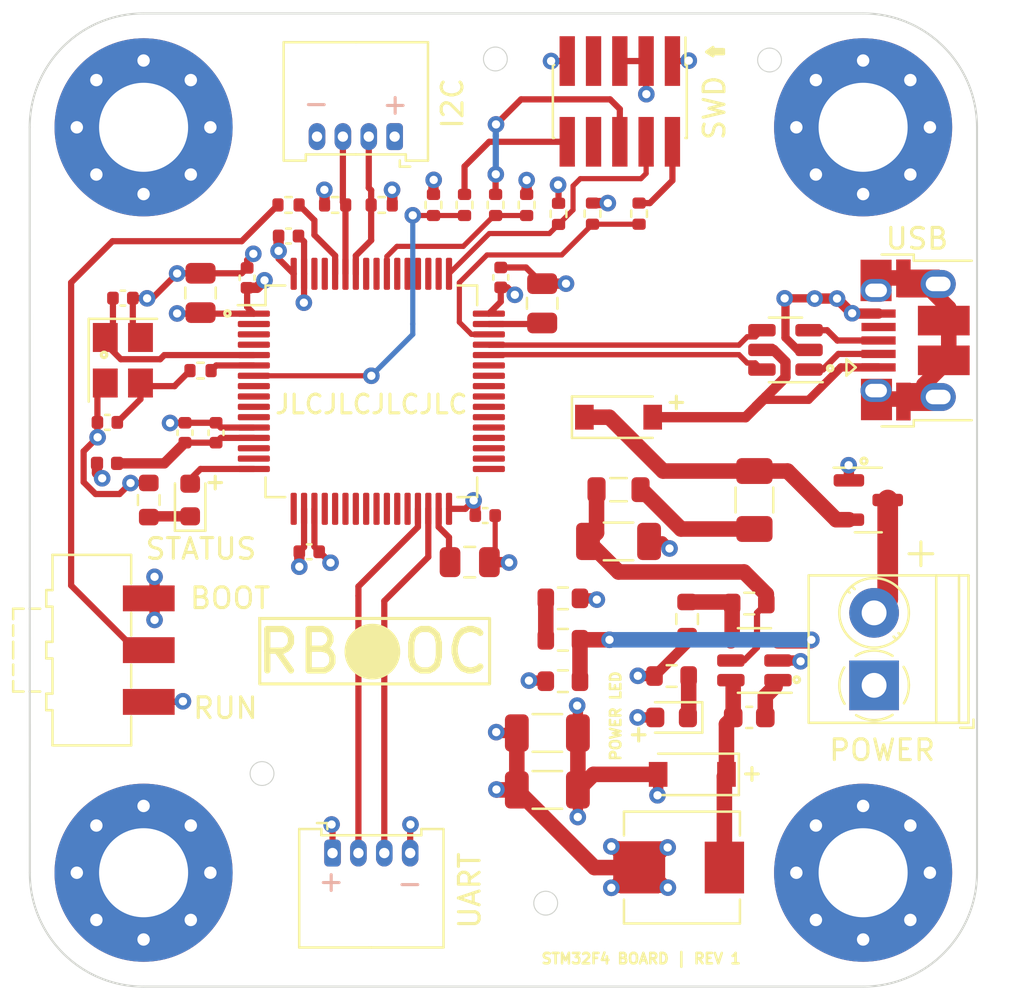
<source format=kicad_pcb>
(kicad_pcb (version 20211014) (generator pcbnew)
  (layers (0 "F.Cu" signal) (1 "In1.Cu" power) (2 "In2.Cu" power) (31 "B.Cu" signal) (34 "B.Paste" user) (35 "F.Paste" user) (36 "B.SilkS" user "B.Silkscreen") (37 "F.SilkS" user "F.Silkscreen") (38 "B.Mask" user) (39 "F.Mask" user) (44 "Edge.Cuts" user))
  (net 0 "")
  (net 1 "BUCK_SW")
  (net 2 "BUCK_BST")
  (net 3 "GND")
  (net 4 "+3V3")
  (net 5 "BUCK_IN")
  (net 6 "+3.3VA")
  (net 7 "Net-(C13-Pad1)")
  (net 8 "Net-(C14-Pad1)")
  (net 9 "HSE_IN")
  (net 10 "Net-(C16-Pad1)")
  (net 11 "Net-(D1-Pad1)")
  (net 12 "+5V")
  (net 13 "Net-(D3-Pad1)")
  (net 14 "Net-(D4-Pad1)")
  (net 15 "STATUS_LED")
  (net 16 "+12V")
  (net 17 "Net-(J2-Pad2)")
  (net 18 "SWCLK")
  (net 19 "Net-(J2-Pad6)")
  (net 22 "Net-(J2-Pad10)")
  (net 23 "USART3_TX")
  (net 24 "USART3_RX")
  (net 25 "I2C1_SCL")
  (net 26 "I2C1_SDA")
  (net 28 "unconnected-(J5-Pad6)")
  (net 29 "BUCK_FB")
  (net 30 "BUCK_EN")
  (net 31 "Net-(R3-Pad2)")
  (net 32 "SWIO")
  (net 33 "SWO")
  (net 34 "NRST")
  (net 35 "BOOT0")
  (net 36 "Net-(R14-Pad2)")
  (net 37 "HSE_OUT")
  (net 68 "USB_D-")
  (net 69 "USB_D+")
  (net 79 "Net-(F1-Pad2)")
  (net 80 "USBCONN_D-")
  (net 81 "USBCONN_D+")
  (footprint "Fuse:Fuse_1206_3216Metric" (layer "F.Cu") (at 152.5 106.25 -90)
    (fp_text reference "F1")
    (fp_text value "250mA")
  )
  (footprint "Capacitor_SMD:C_0805_2012Metric" (layer "F.Cu") (at 142.25 96.75 90)
    (fp_text reference "C14")
    (fp_text value "2u2")
  )
  (footprint "Package_TO_SOT_SMD:SOT-23-6" (layer "F.Cu") (at 154 99 180)
    (fp_text reference "U3")
    (fp_text value "USBLC6-2SC6")
  )
  (footprint "Connector_Molex:Molex_PicoBlade_53048-0410_1x04_P1.25mm_Horizontal" (layer "F.Cu") (at 132.125 123.3)
    (fp_text reference "J3")
    (fp_text value "Conn_01x04")
  )
  (footprint "Connector_Molex:Molex_PicoBlade_53048-0410_1x04_P1.25mm_Horizontal" (layer "F.Cu") (at 135.125 88.7 180)
    (fp_text reference "J4")
    (fp_text value "Conn_01x04")
  )
  (footprint "Crystal:Crystal_SMD_3225-4Pin_3.2x2.5mm" (layer "F.Cu") (at 122 99.5 -90)
    (fp_text reference "Y1")
    (fp_text value "16MHz")
  )
  (footprint "Package_QFP:LQFP-64_10x10mm_P0.5mm" (layer "F.Cu") (at 134 101)
    (fp_text reference "U2")
    (fp_text value "STM32F405RGT6")
  )
  (footprint "Capacitor_SMD:C_0402_1005Metric" (layer "F.Cu") (at 139.5 107)
    (fp_text reference "C8")
    (fp_text value "100n")
  )
  (footprint "Resistor_SMD:R_0402_1005Metric" (layer "F.Cu") (at 146.93 92.42 -90)
    (fp_text reference "R10")
    (fp_text value "22")
  )
  (footprint "Resistor_SMD:R_0603_1608Metric" (layer "F.Cu") (at 148.5 114.75 180)
    (fp_text reference "R6")
    (fp_text value "1k")
  )
  (footprint "Capacitor_SMD:C_1206_3216Metric" (layer "F.Cu") (at 145.9375 108.25)
    (fp_text reference "C4")
    (fp_text value "10uF")
  )
  (footprint "Capacitor_SMD:C_0402_1005Metric" (layer "F.Cu") (at 122 96.5)
    (fp_text reference "C15")
    (fp_text value "12p")
  )
  (footprint "Resistor_SMD:R_0402_1005Metric" (layer "F.Cu") (at 134.5 92 180)
    (fp_text reference "R16")
    (fp_text value "2k2")
  )
  (footprint "Resistor_SMD:R_0402_1005Metric" (layer "F.Cu") (at 140 92 -90)
    (fp_text reference "R11")
    (fp_text value "22")
  )
  (footprint "Resistor_SMD:R_0603_1608Metric" (layer "F.Cu") (at 152.25 111.25 180)
    (fp_text reference "R2")
    (fp_text value "100k")
  )
  (footprint "Capacitor_SMD:C_0805_2012Metric" (layer "F.Cu") (at 125.75 96.25 90)
    (fp_text reference "C5")
    (fp_text value "4u7")
  )
  (footprint "Resistor_SMD:R_0402_1005Metric" (layer "F.Cu") (at 141.5 92 90)
    (fp_text reference "R8")
    (fp_text value "10k")
  )
  (footprint "MountingHole:MountingHole_4.3mm_M4_Pad_Via" (layer "F.Cu") (at 123 124.25)
    (fp_text reference "H3")
    (fp_text value "MountingHole_Pad")
  )
  (footprint "Connector_PinHeader_1.27mm:PinHeader_2x05_P1.27mm_Vertical_SMD" (layer "F.Cu") (at 146 87 -90)
    (fp_text reference "J2")
    (fp_text value "SWD")
  )
  (footprint "MountingHole:MountingHole_4.3mm_M4_Pad_Via" (layer "F.Cu") (at 123 88.25)
    (fp_text reference "H4")
    (fp_text value "MountingHole_Pad")
  )
  (footprint "Capacitor_SMD:C_0402_1005Metric" (layer "F.Cu") (at 140.25 95.5 90)
    (fp_text reference "C9")
    (fp_text value "100n")
  )
  (footprint "Resistor_SMD:R_0402_1005Metric" (layer "F.Cu") (at 137 92 90)
    (fp_text reference "R9")
    (fp_text value "10k")
  )
  (footprint "Capacitor_SMD:C_0402_1005Metric" (layer "F.Cu") (at 130 93.5)
    (fp_text reference "C10")
    (fp_text value "100n")
  )
  (footprint "TerminalBlock_Phoenix:TerminalBlock_Phoenix_PT-1,5-2-3.5-H_1x02_P3.50mm_Horizontal" (layer "F.Cu") (at 158.28 115.2 90)
    (fp_text reference "J1")
    (fp_text value "Screw_Terminal_01x02")
  )
  (footprint "Resistor_SMD:R_0402_1005Metric" (layer "F.Cu") (at 143.04 92.43 -90)
    (fp_text reference "R13")
    (fp_text value "10k")
  )
  (footprint "Button_Switch_SMD:SW_SPDT_CK-JS102011SAQN" (layer "F.Cu") (at 120.5 113.5 -90)
    (fp_text reference "SW1")
    (fp_text value "SW_SPDT")
  )
  (footprint "Capacitor_SMD:C_0402_1005Metric" (layer "F.Cu") (at 121.25 102.5 180)
    (fp_text reference "C16")
    (fp_text value "12p")
  )
  (footprint "Resistor_SMD:R_0402_1005Metric" (layer "F.Cu") (at 125.75 100 180)
    (fp_text reference "R15")
    (fp_text value "47")
  )
  (footprint "Inductor_SMD:L_Sunlord_MWSA0518_5.4x5.2mm" (layer "F.Cu") (at 149 124 180)
    (fp_text reference "L1")
    (fp_text value "4.7uH")
  )
  (footprint "Capacitor_SMD:C_0402_1005Metric" (layer "F.Cu") (at 125 103 -90)
    (fp_text reference "C11")
    (fp_text value "1u")
  )
  (footprint "Resistor_SMD:R_0603_1608Metric" (layer "F.Cu") (at 149.25 112 -90)
    (fp_text reference "R4")
    (fp_text value "68k")
  )
  (footprint "Capacitor_SMD:C_0402_1005Metric" (layer "F.Cu") (at 126.5 103 -90)
    (fp_text reference "C12")
    (fp_text value "10n")
  )
  (footprint "Resistor_SMD:R_0603_1608Metric" (layer "F.Cu") (at 123.25 106.25 90)
    (fp_text reference "R18")
    (fp_text value "1k5")
  )
  (footprint "Capacitor_SMD:C_0402_1005Metric" (layer "F.Cu") (at 128 95.52 90)
    (fp_text reference "C6")
    (fp_text value "100n")
  )
  (footprint "Capacitor_SMD:C_0402_1005Metric" (layer "F.Cu") (at 131 108.75 180)
    (fp_text reference "C7")
    (fp_text value "100n")
  )
  (footprint "Capacitor_SMD:C_0603_1608Metric" (layer "F.Cu") (at 152.25 116.75)
    (fp_text reference "C1")
    (fp_text value "10nF")
  )
  (footprint "Resistor_SMD:R_0402_1005Metric" (layer "F.Cu") (at 138.5 92 -90)
    (fp_text reference "R12")
    (fp_text value "22")
  )
  (footprint "Connector_USB:USB_Micro-B_Amphenol_10103594-0001LF_Horizontal" (layer "F.Cu") (at 160.26 98.52 90)
    (fp_text reference "J5")
    (fp_text value "USB_B_Micro")
  )
  (footprint "Package_TO_SOT_SMD:SOT-23" (layer "F.Cu") (at 158 106.25)
    (fp_text reference "Q1")
    (fp_text value "AO3401A")
  )
  (footprint "Resistor_SMD:R_0603_1608Metric" (layer "F.Cu") (at 143.25 111)
    (fp_text reference "R5")
    (fp_text value "270")
  )
  (footprint "Capacitor_SMD:C_0805_2012Metric" (layer "F.Cu") (at 138.75 109.25)
    (fp_text reference "C13")
    (fp_text value "2u2")
  )
  (footprint "MountingHole:MountingHole_4.3mm_M4_Pad_Via" (layer "F.Cu") (at 157.75 88.25)
    (fp_text reference "H1")
    (fp_text value "MountingHole_Pad")
  )
  (footprint "Diode_SMD:D_SOD-123" (layer "F.Cu") (at 145.9375 102.25)
    (fp_text reference "D1")
    (fp_text value "B5819W")
  )
  (footprint "LED_SMD:LED_0603_1608Metric" (layer "F.Cu") (at 148.5 116.75 180)
    (fp_text reference "D3")
    (fp_text value "RED")
  )
  (footprint "Inductor_SMD:L_0402_1005Metric" (layer "F.Cu") (at 121.235 104.48)
    (fp_text reference "L2")
    (fp_text value "39n")
  )
  (footprint "Capacitor_SMD:C_1206_3216Metric" (layer "F.Cu") (at 142.5 117.5 180)
    (fp_text reference "C2")
    (fp_text value "10uF")
  )
  (footprint "Package_TO_SOT_SMD:SOT-23-6" (layer "F.Cu") (at 152.5 114 180)
    (fp_text reference "U1")
    (fp_text value "AP3211")
  )
  (footprint "Resistor_SMD:R_0402_1005Metric" (layer "F.Cu") (at 132.25 92)
    (fp_text reference "R17")
    (fp_text value "2k2")
  )
  (footprint "Capacitor_SMD:C_1206_3216Metric" (layer "F.Cu") (at 142.5 120.25 180)
    (fp_text reference "C3")
    (fp_text value "10uF")
  )
  (footprint "LED_SMD:LED_0603_1608Metric" (layer "F.Cu") (at 125.25 106.25 90)
    (fp_text reference "D4")
    (fp_text value "BLUE")
  )
  (footprint "MountingHole:MountingHole_4.3mm_M4_Pad_Via" (layer "F.Cu") (at 157.75 124.25)
    (fp_text reference "H2")
    (fp_text value "MountingHole_Pad")
  )
  (footprint "Resistor_SMD:R_0402_1005Metric" (layer "F.Cu") (at 144.68 92.42 90)
    (fp_text reference "R7")
    (fp_text value "10k")
  )
  (footprint "Diode_SMD:D_SOD-123" (layer "F.Cu") (at 149.5 119.5 180)
    (fp_text reference "D2")
    (fp_text value "B5819W")
  )
  (footprint "Resistor_SMD:R_0402_1005Metric" (layer "F.Cu") (at 130 92 180)
    (fp_text reference "R14")
    (fp_text value "10k")
  )
  (footprint "Inductor_SMD:L_0805_2012Metric" (layer "F.Cu") (at 145.9375 105.75 180)
    (fp_text reference "FB1")
    (fp_text value "600 @ 600 MHz")
  )
  (footprint "Resistor_SMD:R_0603_1608Metric" (layer "F.Cu") (at 143.25 113 180)
    (fp_text reference "R3")
    (fp_text value "15k")
  )
  (footprint "Resistor_SMD:R_0603_1608Metric" (layer "F.Cu") (at 143.25 115)
    (fp_text reference "R1")
    (fp_text value "49.9k")
  )
  (gr_circle (center 127.05 97.24) (end 127.1 97.27) (layer "F.SilkS") (width 0.15) (fill none))
  (gr_circle (center 121.09 99.24) (end 121.14 99.27) (layer "F.SilkS") (width 0.15) (fill none))
  (gr_circle locked (center 134.05 113.57) (end 135.320157 113.57) (layer "F.SilkS") (width 0.15) (fill solid))
  (gr_circle (center 157.79 104.37) (end 157.86 104.38) (layer "F.SilkS") (width 0.15) (fill none))
  (gr_circle (center 156.16 99.89) (end 156.21 99.92) (layer "F.SilkS") (width 0.15) (fill none))
  (gr_circle (center 154.54 114.93) (end 154.6 114.96) (layer "F.SilkS") (width 0.15) (fill none))
  (gr_poly (pts (xy 150.5 84.49) (xy 151.01 84.49) (xy 151.01 84.7) (xy 150.5 84.7) (xy 150.5 84.8) (xy 150.19 84.61) (xy 150.2 84.6) (xy 150.5 84.39)) (layer "F.SilkS") (width 0.15) (fill solid))
  (gr_rect locked (start 128.61 111.97) (end 139.71 115.13) (layer "F.SilkS") (width 0.15) (fill none))
  (gr_arc (start 163.25 124.25) (mid 161.639087 128.139087) (end 157.75 129.75) (layer "Edge.Cuts") (width 0.1))
  (gr_line (start 157.75 129.75) (end 123 129.75) (layer "Edge.Cuts") (width 0.1))
  (gr_arc (start 157.75 82.75) (mid 161.639087 84.360913) (end 163.25 88.25) (layer "Edge.Cuts") (width 0.1))
  (gr_circle locked (center 139.99 84.95) (end 140.566 84.95) (layer "Edge.Cuts") (width 0.05) (fill none))
  (gr_line (start 123 82.75) (end 157.75 82.75) (layer "Edge.Cuts") (width 0.1))
  (gr_line (start 163.25 88.25) (end 163.25 124.25) (layer "Edge.Cuts") (width 0.1))
  (gr_circle locked (center 128.72 119.46) (end 129.296 119.46) (layer "Edge.Cuts") (width 0.05) (fill none))
  (gr_circle locked (center 142.42 125.72) (end 142.996 125.72) (layer "Edge.Cuts") (width 0.05) (fill none))
  (gr_arc (start 117.5 88.25) (mid 119.110913 84.360913) (end 123 82.75) (layer "Edge.Cuts") (width 0.1))
  (gr_arc (start 123 129.75) (mid 119.112918 128.138743) (end 117.505673 124.25) (layer "Edge.Cuts") (width 0.1))
  (gr_line (start 117.505673 124.25) (end 117.5 88.25) (layer "Edge.Cuts") (width 0.1))
  (gr_circle locked (center 153.23 85) (end 153.806 85) (layer "Edge.Cuts") (width 0.05) (fill none))
  (gr_text "-" (at 131.34 87.08) (layer "B.SilkS") (effects (font (size 1 1)) (justify mirror)))
  (gr_text "-" (at 135.86 124.75) (layer "B.SilkS") (effects (font (size 1 1)) (justify mirror)))
  (gr_text "+" (at 132.06 124.65) (layer "B.SilkS") (effects (font (size 1 1)) (justify mirror)))
  (gr_text "+" (at 135.15 87.12) (layer "B.SilkS") (effects (font (size 1 1)) (justify mirror)))
  (gr_text "I2C" (at 137.92 87.09 90) (layer "F.SilkS") (effects (font (size 1 1))))
  (gr_text "RB  OC" (at 134.07 113.57) (layer "F.SilkS") (effects (font (size 2 2) (thickness 0.3))))
  (gr_text "USB" (at 160.35 93.63) (layer "F.SilkS") (effects (font (size 1 1))))
  (gr_text "+" (at 146.91 117.53) (layer "F.SilkS") (effects (font (size 0.8 0.8))))
  (gr_text "+" (at 148.73 101.48) (layer "F.SilkS") (effects (font (size 0.8 0.8))))
  (gr_text "SWD" (at 150.57 87.31 90) (layer "F.SilkS") (effects (font (size 1 1))))
  (gr_text "+" (at 152.38 119.42) (layer "F.SilkS") (effects (font (size 0.8 0.8))))
  (gr_text "POWER LED" (at 145.8 116.68 90) (layer "F.SilkS") (effects (font (size 0.5 0.5) (thickness 0.125))))
  (gr_text "STATUS" (at 125.77 108.61) (layer "F.SilkS") (effects (font (size 1 1))))
  (gr_text "POWER" (at 158.67 118.33) (layer "F.SilkS") (effects (font (size 1 1))))
  (gr_text "UART" (at 138.75 125.11 90) (layer "F.SilkS") (effects (font (size 1 1))))
  (gr_text "STM32F4 BOARD | REV 1" (at 147.03 128.4) (layer "F.SilkS") (effects (font (size 0.5 0.5) (thickness 0.125))))
  (gr_text "RUN" (at 126.95 116.3) (layer "F.SilkS") (effects (font (size 1 1))))
  (gr_text "+" (at 160.54 108.73) (layer "F.SilkS") (effects (font (size 1.5 1.5))))
  (gr_text "JLCJLCJLCJLC" (at 134 101.63) (layer "F.SilkS") (effects (font (size 0.9 0.9))))
  (gr_text "+" (at 126.46 105.35) (layer "F.SilkS") (effects (font (size 0.8 0.8))))
  (gr_text "BOOT" (at 127.18 110.99) (layer "F.SilkS") (effects (font (size 1 1))))
  (segment (start 151.15 119.5) (end 151.15 117.075) (width 0.75) (layer "F.Cu") (net 1))
  (segment (start 151.05 119.6) (end 151.15 119.5) (width 0.75) (layer "F.Cu") (net 1))
  (segment (start 151.15 117.075) (end 151.475 116.75) (width 0.75) (layer "F.Cu") (net 1))
  (segment (start 151.475 116.75) (end 151.475 115.275) (width 0.75) (layer "F.Cu") (net 1))
  (segment (start 151.05 124) (end 151.05 119.6) (width 0.75) (layer "F.Cu") (net 1))
  (segment (start 153.025 116.75) (end 153.025 115.725) (width 0.75) (layer "F.Cu") (net 2))
  (segment (start 153.025 115.725) (end 153.5 115.25) (width 0.75) (layer "F.Cu") (net 2))
  (segment (start 154.59 99) (end 154 98.41) (width 0.4) (layer "F.Cu") (net 3))
  (segment (start 127.74 95.3) (end 128 95.04) (width 0.3) (layer "F.Cu") (net 3))
  (segment (start 153.96 96.51) (end 155.4 96.51) (width 0.4) (layer "F.Cu") (net 3))
  (segment (start 120.77 100.98) (end 120.77 102.5) (width 0.3) (layer "F.Cu") (net 3))
  (segment (start 126.73 102.75) (end 128.325 102.75) (width 0.3) (layer "F.Cu") (net 3))
  (segment (start 130.52 108.75) (end 130.52 109.47) (width 0.5) (layer "F.Cu") (net 3))
  (segment (start 121.15 100.6) (end 120.77 100.98) (width 0.3) (layer "F.Cu") (net 3))
  (segment (start 130.75 95.325) (end 130.75 96.71) (width 0.3) (layer "F.Cu") (net 3))
  (segment (start 125 102.52) (end 124.29 102.52) (width 0.3) (layer "F.Cu") (net 3))
  (segment (start 143.975 116.215) (end 143.94 116.18) (width 0.5) (layer "F.Cu") (net 3))
  (segment (start 147.85 119.5) (end 144.725 119.5) (width 0.75) (layer "F.Cu") (net 3))
  (segment (start 153.6375 114) (end 154.69 114) (width 0.5) (layer "F.Cu") (net 3))
  (segment (start 143.46 85.05) (end 142.68 85.05) (width 0.3) (layer "F.Cu") (net 3))
  (segment (start 124.87 116) (end 124.9 115.97) (width 0.3) (layer "F.Cu") (net 3))
  (segment (start 130.75 96.71) (end 130.74 96.72) (width 0.3) (layer "F.Cu") (net 3))
  (segment (start 149.25 113.175) (end 147.675 114.75) (width 0.5) (layer "F.Cu") (net 3))
  (segment (start 123.16 96.5) (end 123.17 96.51) (width 0.3) (layer "F.Cu") (net 3))
  (segment (start 146 85.05) (end 147.27 85.05) (width 0.3) (layer "F.Cu") (net 3))
  (segment (start 156.49 96.52) (end 155.41 96.52) (width 0.5) (layer "F.Cu") (net 3))
  (segment (start 144.725 119.5) (end 143.975 120.25) (width 0.75) (layer "F.Cu") (net 3))
  (segment (start 120.77 102.5) (end 120.77 103.21) (width 0.3) (layer "F.Cu") (net 3))
  (segment (start 139.7 109.25) (end 140.63 109.25) (width 0.5) (layer "F.Cu") (net 3))
  (segment (start 158.495 97.245) (end 157.235 97.245) (width 0.5) (layer "F.Cu") (net 3))
  (segment (start 139.98 108.97) (end 139.7 109.25) (width 0.25) (layer "F.Cu") (net 3))
  (segment (start 120.78 103.22) (end 120.105 103.895) (width 0.3) (layer "F.Cu") (net 3))
  (segment (start 123.42 96.51) (end 124.62 95.31) (width 0.3) (layer "F.Cu") (net 3))
  (segment (start 143.975 117.5) (end 143.975 116.215) (width 0.5) (layer "F.Cu") (net 3))
  (segment (start 125.75 95.3) (end 127.74 95.3) (width 0.3) (layer "F.Cu") (net 3))
  (segment (start 125.75 95.3) (end 124.63 95.3) (width 0.3) (layer "F.Cu") (net 3))
  (segment (start 130.75 93.77) (end 130.75 95.325) (width 0.3) (layer "F.Cu") (net 3))
  (segment (start 120.77 103.21) (end 120.78 103.22) (width 0.3) (layer "F.Cu") (net 3))
  (segment (start 143.975 121.555) (end 143.97 121.56) (width 0.5) (layer "F.Cu") (net 3))
  (segment (start 123.17 96.51) (end 123.42 96.51) (width 0.3) (layer "F.Cu") (net 3))
  (segment (start 143.975 117.5) (end 143.975 120.25) (width 0.75) (layer "F.Cu") (net 3))
  (segment (start 135.875 121.935) (end 135.89 121.92) (width 0.3) (layer "F.Cu") (net 3))
  (segment (start 155.1375 99) (end 154.59 99) (width 0.4) (layer "F.Cu") (net 3))
  (segment (start 140.63 109.25) (end 140.65 109.27) (width 0.5) (layer "F.Cu") (net 3))
  (segment (start 124.63 95.3) (end 124.62 95.31) (width 0.3) (layer "F.Cu") (net 3))
  (segment (start 147.85 120.48) (end 147.82 120.51) (width 0.5) (layer "F.Cu") (net 3))
  (segment (start 143.04 91.05104) (end 143.04 91.92) (width 0.3) (layer "F.Cu") (net 3))
  (segment (start 147.27 86.64) (end 147.28 86.65) (width 0.3) (layer "F.Cu") (net 3))
  (segment (start 121.84 105.96) (end 122.37 105.43) (width 0.3) (layer "F.Cu") (net 3))
  (segment (start 122.48 96.5) (end 123.16 96.5) (width 0.3) (layer "F.Cu") (net 3))
  (segment (start 141.47 95.02) (end 140.25 95.02) (width 0.3) (layer "F.Cu") (net 3))
  (segment (start 130.75 108.52) (end 130.52 108.75) (width 0.3) (layer "F.Cu") (net 3))
  (segment (start 157.0625 105.3) (end 157.0625 104.5825) (width 0.5) (layer "F.Cu") (net 3))
  (segment (start 144.075 111) (end 144.83 111) (width 0.5) (layer "F.Cu") (net 3))
  (segment (start 154.69 114) (end 154.73 114.04) (width 0.5) (layer "F.Cu") (net 3))
  (segment (start 123.25 105.425) (end 122.375 105.425) (width 0.3) (layer "F.Cu") (net 3))
  (segment (start 147.27 85.05) (end 147.27 86.64) (width 0.3) (layer "F.Cu") (net 3))
  (segment (start 123.25 116) (end 124.87 116) (width 0.3) (layer "F.Cu") (net 3))
  (segment (start 125 102.52) (end 126.5 102.52) (width 0.3) (layer "F.Cu") (net 3))
  (segment (start 142.25 95.8) (end 143.4 95.8) (width 0.5) (layer "F.Cu") (net 3))
  (segment (start 157.22 97.23) (end 157.2 97.23) (width 0.5) (layer "F.Cu") (net 3))
  (segment (start 155.4 96.51) (end 155.41 96.52) (width 0.4) (layer "F.Cu") (net 3))
  (segment (start 135.875 123.3) (end 135.875 121.935) (width 0.3) (layer "F.Cu") (net 3))
  (segment (start 130.48 93.5) (end 130.75 93.77) (width 0.3) (layer "F.Cu") (net 3))
  (segment (start 124.29 102.52) (end 124.28 102.53) (width 0.3) (layer "F.Cu") (net 3))
  (segment (start 144.83 111) (end 144.89 111.06) (width 0.5) (layer "F.Cu") (net 3))
  (segment (start 157.235 97.245) (end 157.22 97.23) (width 0.5) (layer "F.Cu") (net 3))
  (segment (start 146.88 114.75) (end 146.87 114.74) (width 0.5) (layer "F.Cu") (net 3))
  (segment (start 147.4125 108.25) (end 148.06 108.25) (width 0.5) (layer "F.Cu") (net 3))
  (segment (start 147.85 119.5) (end 147.85 120.48) (width 0.5) (layer "F.Cu") (net 3))
  (segment (start 143.017341 91.028381) (end 143.04 91.05104) (width 0.3) (layer "F.Cu") (net 3))
  (segment (start 139.98 107) (end 139.98 108.97) (width 0.25) (layer "F.Cu") (net 3))
  (segment (start 154 96.55) (end 153.96 96.51) (width 0.4) (layer "F.Cu") (net 3))
  (segment (start 126.5 102.52) (end 126.73 102.75) (width 0.3) (layer "F.Cu") (net 3))
  (segment (start 122.48 96.5) (end 122.48 98.03) (width 0.3) (layer "F.Cu") (net 3))
  (segment (start 128 94.66) (end 128.3 94.36) (width 0.3) (layer "F.Cu") (net 3))
  (segment (start 148.06 108.25) (end 148.4 108.59) (width 0.5) (layer "F.Cu") (net 3))
  (segment (start 122.48 98.03) (end 122.85 98.4) (width 0.3) (layer "F.Cu") (net 3))
  (segment (start 130.75 106.675) (end 130.75 108.52) (width 0.3) (layer "F.Cu") (net 3))
  (segment (start 120.68 105.96) (end 121.84 105.96) (width 0.3) (layer "F.Cu") (net 3))
  (segment (start 143.975 120.25) (end 143.975 121.555) (width 0.5) (layer "F.Cu") (net 3))
  (segment (start 120.105 105.385) (end 120.68 105.96) (width 0.3) (layer "F.Cu") (net 3))
  (segment (start 157.2 97.23) (end 156.49 96.52) (width 0.5) (layer "F.Cu") (net 3))
  (segment (start 120.105 103.895) (end 120.105 105.385) (width 0.3) (layer "F.Cu") (net 3))
  (segment (start 154 98.41) (end 154 96.55) (width 0.4) (layer "F.Cu") (net 3))
  (segment (start 157.0625 104.5825) (end 157.05 104.57) (width 0.5) (layer "F.Cu") (net 3))
  (segment (start 122.375 105.425) (end 122.37 105.43) (width 0.3) (layer "F.Cu") (net 3))
  (segment (start 128 95.04) (end 128 94.66) (width 0.3) (layer "F.Cu") (net 3))
  (segment (start 149.25 112.825) (end 149.25 113.175) (width 0.5) (layer "F.Cu") (net 3))
  (segment (start 142.25 95.8) (end 141.47 95.02) (width 0.3) (layer "F.Cu") (net 3))
  (segment (start 147.675 114.75) (end 146.88 114.75) (width 0.5) (layer "F.Cu") (net 3))
  (via (at 143.4 95.8) (size 0.8) (drill 0.4) (layers "F.Cu" "B.Cu") (net 3))
  (via (at 143.017341 91.028381) (size 0.8) (drill 0.4) (layers "F.Cu" "B.Cu") (net 3))
  (via (at 144.89 111.06) (size 0.8) (drill 0.4) (layers "F.Cu" "B.Cu") (net 3))
  (via (at 157.22 97.23) (size 0.8) (drill 0.4) (layers "F.Cu" "B.Cu") (net 3))
  (via (at 147.28 86.65) (size 0.8) (drill 0.4) (layers "F.Cu" "B.Cu") (net 3))
  (via (at 123.17 96.51) (size 0.8) (drill 0.4) (layers "F.Cu" "B.Cu") (net 3))
  (via (at 143.94 116.18) (size 0.8) (drill 0.4) (layers "F.Cu" "B.Cu") (net 3))
  (via (at 130.52 109.47) (size 0.8) (drill 0.4) (layers "F.Cu" "B.Cu") (net 3))
  (via (at 157.05 104.57) (size 0.8) (drill 0.4) (layers "F.Cu" "B.Cu") (net 3))
  (via (at 153.96 96.51) (size 0.8) (drill 0.4) (layers "F.Cu" "B.Cu") (net 3))
  (via (at 155.41 96.52) (size 0.8) (drill 0.4) (layers "F.Cu" "B.Cu") (net 3))
  (via (at 142.68 85.05) (size 0.8) (drill 0.4) (layers "F.Cu" "B.Cu") (net 3))
  (via (at 130.74 96.72) (size 0.8) (drill 0.4) (layers "F.Cu" "B.Cu") (net 3))
  (via (at 135.89 121.92) (size 0.8) (drill 0.4) (layers "F.Cu" "B.Cu") (net 3))
  (via (at 140.65 109.27) (size 0.8) (drill 0.4) (layers "F.Cu" "B.Cu") (net 3))
  (via (at 154.73 114.04) (size 0.8) (drill 0.4) (layers "F.Cu" "B.Cu") (net 3))
  (via (at 124.62 95.31) (size 0.8) (drill 0.4) (layers "F.Cu" "B.Cu") (net 3))
  (via (at 146.87 114.74) (size 0.8) (drill 0.4) (layers "F.Cu" "B.Cu") (net 3))
  (via (at 122.37 105.43) (size 0.8) (drill 0.4) (layers "F.Cu" "B.Cu") (net 3))
  (via (at 124.9 115.97) (size 0.8) (drill 0.4) (layers "F.Cu" "B.Cu") (net 3))
  (via (at 148.4 108.59) (size 0.8) (drill 0.4) (layers "F.Cu" "B.Cu") (net 3))
  (via (at 156.49 96.52) (size 0.8) (drill 0.4) (layers "F.Cu" "B.Cu") (net 3))
  (via (at 124.28 102.53) (size 0.8) (drill 0.4) (layers "F.Cu" "B.Cu") (net 3))
  (via (at 128.3 94.36) (size 0.8) (drill 0.4) (layers "F.Cu" "B.Cu") (net 3))
  (via (at 143.97 121.56) (size 0.8) (drill 0.4) (layers "F.Cu" "B.Cu") (net 3))
  (via (at 147.82 120.51) (size 0.8) (drill 0.4) (layers "F.Cu" "B.Cu") (net 3))
  (via (at 120.78 103.22) (size 0.8) (drill 0.4) (layers "F.Cu" "B.Cu") (net 3))
  (segment (start 145.59 124.98) (end 145.93 124.64) (width 0.5) (layer "F.Cu") (net 4))
  (segment (start 147.94 123.4) (end 147.94 124.59) (width 0.5) (layer "F.Cu") (net 4))
  (segment (start 128.48 96) (end 128.84 95.64) (width 0.5) (layer "F.Cu") (net 4))
  (segment (start 140.04 120.23) (end 140.06 120.25) (width 0.75) (layer "F.Cu") (net 4))
  (segment (start 129.52 93.5) (end 129.52 94.22) (width 0.5) (layer "F.Cu") (net 4))
  (segment (start 148.31 123.03) (end 147.94 123.4) (width 0.5) (layer "F.Cu") (net 4))
  (segment (start 140.06 120.25) (end 141.025 120.25) (width 0.75) (layer "F.Cu") (net 4))
  (segment (start 139.02 106.35) (end 138.94 106.27) (width 0.5) (layer "F.Cu") (net 4))
  (segment (start 144.68 91.91) (end 145.42 91.91) (width 0.5) (layer "F.Cu") (net 4))
  (segment (start 140.93 96.34) (end 140.57 95.98) (width 0.3) (layer "F.Cu") (net 4))
  (segment (start 140.25 96.675) (end 139.675 97.25) (width 0.3) (layer "F.Cu") (net 4))
  (segment (start 144.775 124) (end 141.025 120.25) (width 0.75) (layer "F.Cu") (net 4))
  (segment (start 145.59 122.98) (end 145.93 122.98) (width 0.5) (layer "F.Cu") (net 4))
  (segment (start 146.86 116.75) (end 147.7125 116.75) (width 0.5) (layer "F.Cu") (net 4))
  (segment (start 140.57 95.98) (end 140.25 95.98) (width 0.3) (layer "F.Cu") (net 4))
  (segment (start 138.535 106.675) (end 137.75 106.675) (width 0.3) (layer "F.Cu") (net 4))
  (segment (start 145.6 124.97) (end 148.32 124.97) (width 0.5) (layer "F.Cu") (net 4))
  (segment (start 138.94 106.27) (end 138.535 106.675) (width 0.3) (layer "F.Cu") (net 4))
  (segment (start 147.92 123.03) (end 146.95 124) (width 0.5) (layer "F.Cu") (net 4))
  (segment (start 140.25 95.98) (end 140.25 96.675) (width 0.3) (layer "F.Cu") (net 4))
  (segment (start 121 105.2) (end 120.75 104.95) (width 0.5) (layer "F.Cu") (net 4))
  (segment (start 141.025 117.5) (end 140.07 117.5) (width 0.5) (layer "F.Cu") (net 4))
  (segment (start 148.32 124.97) (end 147.92 124.97) (width 0.5) (layer "F.Cu") (net 4))
  (segment (start 123.53 112.04) (end 123.53 111.28) (width 0.5) (layer "F.Cu") (net 4))
  (segment (start 148.54 85.05) (end 149.31 85.05) (width 0.3) (layer "F.Cu") (net 4))
  (segment (start 145.97 124.98) (end 146.95 124) (width 0.5) (layer "F.Cu") (net 4))
  (segment (start 139.02 107) (end 139.02 106.35) (width 0.5) (layer "F.Cu") (net 4))
  (segment (start 128 96) (end 128 96.925) (width 0.3) (layer "F.Cu") (net 4))
  (segment (start 135.01 92) (end 135.01 91.28) (width 0.5) (layer "F.Cu") (net 4))
  (segment (start 131.74 92) (end 131.74 91.28) (width 0.5) (layer "F.Cu") (net 4))
  (segment (start 148.26 122.98) (end 148.31 123.03) (width 0.5) (layer "F.Cu") (net 4))
  (segment (start 129.52 94.595) (end 130.25 95.325) (width 0.3) (layer "F.Cu") (net 4))
  (segment (start 135.01 91.28) (end 135 91.27) (width 0.5) (layer "F.Cu") (net 4))
  (segment (start 145.59 124.98) (end 145.97 124.98) (width 0.5) (layer "F.Cu") (net 4))
  (segment (start 132.125 123.3) (end 132.125 121.965) (width 0.3) (layer "F.Cu") (net 4))
  (segment (start 146.81 124) (end 144.775 124) (width 0.75) (layer "F.Cu") (net 4))
  (segment (start 124.63 97.25) (end 128.325 97.25) (width 0.3) (layer "F.Cu") (net 4))
  (segment (start 145.93 123.32) (end 145.59 122.98) (width 0.5) (layer "F.Cu") (net 4))
  (segment (start 145.59 122.98) (end 148.26 122.98) (width 0.5) (layer "F.Cu") (net 4))
  (segment (start 137 90.8) (end 137.01 90.79) (width 0.5) (layer "F.Cu") (net 4))
  (segment (start 123.53 109.96) (end 123.53 110.72) (width 0.5) (layer "F.Cu") (net 4))
  (segment (start 128 96) (end 128.48 96) (width 0.5) (layer "F.Cu") (net 4))
  (segment (start 123.53 111.28) (end 123.25 111) (width 0.5) (layer "F.Cu") (net 4))
  (segment (start 140.07 117.5) (end 140.03 117.46) (width 0.5) (layer "F.Cu") (net 4))
  (segment (start 131.74 91.28) (end 131.73 91.27) (width 0.5) (layer "F.Cu") (net 4))
  (segment (start 123.53 110.72) (end 123.25 111) (width 0.5) (layer "F.Cu") (net 4))
  (segment (start 141.025 117.5) (end 141.025 120.25) (width 0.75) (layer "F.Cu") (net 4))
  (segment (start 149.31 85.05) (end 149.33 85.03) (width 0.3) (layer "F.Cu") (net 4))
  (segment (start 145.59 124.98) (end 145.6 124.97) (width 0.5) (layer "F.Cu") (net 4))
  (segment (start 147.94 124.59) (end 148.32 124.97) (width 0.5) (layer "F.Cu") (net 4))
  (segment (start 137 91.49) (end 137 90.8) (width 0.5) (layer "F.Cu") (net 4))
  (segment (start 132.03 109.28) (end 131.25 108.5) (width 0.3) (layer "F.Cu") (net 4))
  (segment (start 141.5 90.8) (end 141.5 91.49) (width 0.5) (layer "F.Cu") (net 4))
  (segment (start 147.92 124.97) (end 146.95 124) (width 0.5) (layer "F.Cu") (net 4))
  (segment (start 142.395 114.97) (end 142.425 115) (width 0.5) (layer "F.Cu") (net 4))
  (segment (start 129.52 94.22) (end 129.52 94.595) (width 0.3) (layer "F.Cu") (net 4))
  (segment (start 148.31 123.03) (end 147.92 123.03) (width 0.5) (layer "F.Cu") (net 4))
  (segment (start 120.75 104.95) (end 120.75 104.48) (width 0.5) (layer "F.Cu") (net 4))
  (segment (start 141.61 114.97) (end 142.395 114.97) (width 0.5) (layer "F.Cu") (net 4))
  (segment (start 145.93 124.64) (end 145.93 123.32) (width 0.5) (layer "F.Cu") (net 4))
  (segment (start 128 96.925) (end 128.325 97.25) (width 0.3) (layer "F.Cu") (net 4))
  (segment (start 124.62 97.24) (end 124.63 97.25) (width 0.3) (layer "F.Cu") (net 4))
  (segment (start 132.125 121.965) (end 132.08 121.92) (width 0.3) (layer "F.Cu") (net 4))
  (segment (start 145.93 122.98) (end 146.95 124) (width 0.5) (layer "F.Cu") (net 4))
  (segment (start 131.25 108.5) (end 131.25 106.675) (width 0.3) (layer "F.Cu") (net 4))
  (via (at 140.93 96.34) (size 0.8) (drill 0.4) (layers "F.Cu" "B.Cu") (net 4))
  (via (at 145.42 91.91) (size 0.8) (drill 0.4) (layers "F.Cu" "B.Cu") (net 4))
  (via (at 132.03 109.28) (size 0.8) (drill 0.4) (layers "F.Cu" "B.Cu") (net 4))
  (via (at 123.53 112.04) (size 0.8) (drill 0.4) (layers "F.Cu" "B.Cu") (net 4))
  (via (at 124.62 97.24) (size 0.8) (drill 0.4) (layers "F.Cu" "B.Cu") (net 4))
  (via (at 145.59 122.98) (size 0.8) (drill 0.4) (layers "F.Cu" "B.Cu") (net 4))
  (via (at 140.04 120.23) (size 0.8) (drill 0.4) (layers "F.Cu" "B.Cu") (net 4))
  (via (at 148.32 124.97) (size 0.8) (drill 0.4) (layers "F.Cu" "B.Cu") (net 4))
  (via (at 137.01 90.79) (size 0.8) (drill 0.4) (layers "F.Cu" "B.Cu") (net 4))
  (via (at 141.5 90.8) (size 0.8) (drill 0.4) (layers "F.Cu" "B.Cu") (net 4))
  (via (at 121 105.2) (size 0.8) (drill 0.4) (layers "F.Cu" "B.Cu") (net 4))
  (via (at 148.31 123.03) (size 0.8) (drill 0.4) (layers "F.Cu" "B.Cu") (net 4))
  (via (at 149.33 85.03) (size 0.8) (drill 0.4) (layers "F.Cu" "B.Cu") (net 4))
  (via (at 132.08 121.92) (size 0.8) (drill 0.4) (layers "F.Cu" "B.Cu") (net 4))
  (via (at 129.52 94.22) (size 0.8) (drill 0.4) (layers "F.Cu" "B.Cu") (net 4))
  (via (at 131.73 91.27) (size 0.8) (drill 0.4) (layers "F.Cu" "B.Cu") (net 4))
  (via (at 141.61 114.97) (size 0.8) (drill 0.4) (layers "F.Cu" "B.Cu") (net 4))
  (via (at 145.59 124.98) (size 0.8) (drill 0.4) (layers "F.Cu" "B.Cu") (net 4))
  (via (at 128.84 95.64) (size 0.8) (drill 0.4) (layers "F.Cu" "B.Cu") (net 4))
  (via (at 135 91.27) (size 0.8) (drill 0.4) (layers "F.Cu" "B.Cu") (net 4))
  (via (at 146.86 116.75) (size 0.8) (drill 0.4) (layers "F.Cu" "B.Cu") (net 4))
  (via (at 138.94 106.27) (size 0.8) (drill 0.4) (layers "F.Cu" "B.Cu") (net 4))
  (via (at 140.03 117.46) (size 0.8) (drill 0.4) (layers "F.Cu" "B.Cu") (net 4))
  (via (at 123.53 109.96) (size 0.8) (drill 0.4) (layers "F.Cu" "B.Cu") (net 4))
  (segment (start 153.075 111.25) (end 153.075 110.8) (width 0.75) (layer "F.Cu") (net 5))
  (segment (start 152 114) (end 152.625 113.375) (width 0.3) (layer "F.Cu") (net 5))
  (segment (start 152.625 111.7) (end 153.075 111.25) (width 0.3) (layer "F.Cu") (net 5))
  (segment (start 152 109.725) (end 153.075 110.8) (width 0.75) (layer "F.Cu") (net 5))
  (segment (start 151.3625 114) (end 152 114) (width 0.3) (layer "F.Cu") (net 5))
  (segment (start 144.4625 108.25) (end 145.9375 109.725) (width 0.75) (layer "F.Cu") (net 5))
  (segment (start 144.875 107.8375) (end 144.4625 108.25) (width 0.75) (layer "F.Cu") (net 5))
  (segment (start 145.9375 109.725) (end 152 109.725) (width 0.75) (layer "F.Cu") (net 5))
  (segment (start 152.625 113.375) (end 152.625 111.7) (width 0.3) (layer "F.Cu") (net 5))
  (segment (start 144.875 105.75) (end 144.875 107.8375) (width 0.75) (layer "F.Cu") (net 5))
  (segment (start 126.73 103.25) (end 128.325 103.25) (width 0.3) (layer "F.Cu") (net 6))
  (segment (start 121.72 104.48) (end 124 104.48) (width 0.5) (layer "F.Cu") (net 6))
  (segment (start 124 104.48) (end 125 103.48) (width 0.5) (layer "F.Cu") (net 6))
  (segment (start 126.5 103.48) (end 126.73 103.25) (width 0.3) (layer "F.Cu") (net 6))
  (segment (start 125 103.48) (end 126.5 103.48) (width 0.3) (layer "F.Cu") (net 6))
  (segment (start 137.75 108.051041) (end 137.75 109.2) (width 0.3) (layer "F.Cu") (net 7))
  (segment (start 137.25 106.675) (end 137.25 107.551041) (width 0.3) (layer "F.Cu") (net 7))
  (segment (start 137.25 107.551041) (end 137.75 108.051041) (width 0.3) (layer "F.Cu") (net 7))
  (segment (start 137.75 109.2) (end 137.8 109.25) (width 0.3) (layer "F.Cu") (net 7))
  (segment (start 142.2 97.75) (end 139.675 97.75) (width 0.3) (layer "F.Cu") (net 8))
  (segment (start 142.25 97.7) (end 142.2 97.75) (width 0.3) (layer "F.Cu") (net 8))
  (segment (start 121.15 98.7) (end 121.15 98.4) (width 0.3) (layer "F.Cu") (net 9))
  (segment (start 124 99.25) (end 123.8 99.45) (width 0.3) (layer "F.Cu") (net 9))
  (segment (start 121.52 96.5) (end 121.52 98.03) (width 0.3) (layer "F.Cu") (net 9))
  (segment (start 121.9 99.45) (end 121.15 98.7) (width 0.3) (layer "F.Cu") (net 9))
  (segment (start 121.52 98.03) (end 121.15 98.4) (width 0.3) (layer "F.Cu") (net 9))
  (segment (start 123.8 99.45) (end 121.9 99.45) (width 0.3) (layer "F.Cu") (net 9))
  (segment (start 128.325 99.25) (end 124 99.25) (width 0.3) (layer "F.Cu") (net 9))
  (segment (start 121.73 102.5) (end 122.85 101.38) (width 0.3) (layer "F.Cu") (net 10))
  (segment (start 124.5 100.74) (end 124.5 100.75) (width 0.3) (layer "F.Cu") (net 10))
  (segment (start 124.5 100.75) (end 123 100.75) (width 0.3) (layer "F.Cu") (net 10))
  (segment (start 122.85 101.38) (end 122.85 100.6) (width 0.3) (layer "F.Cu") (net 10))
  (segment (start 125.24 100) (end 124.5 100.74) (width 0.3) (layer "F.Cu") (net 10))
  (segment (start 123 100.75) (end 122.85 100.6) (width 0.3) (layer "F.Cu") (net 10))
  (segment (start 148.0875 104.85) (end 152.5 104.85) (width 0.75) (layer "F.Cu") (net 11))
  (segment (start 154.1 104.85) (end 156.45 107.2) (width 0.75) (layer "F.Cu") (net 11))
  (segment (start 145.4875 102.25) (end 148.0875 104.85) (width 0.75) (layer "F.Cu") (net 11))
  (segment (start 156.45 107.2) (end 157.0625 107.2) (width 0.75) (layer "F.Cu") (net 11))
  (segment (start 152.5 104.85) (end 154.1 104.85) (width 0.75) (layer "F.Cu") (net 11))
  (segment (start 144.2875 102.25) (end 145.4875 102.25) (width 0.75) (layer "F.Cu") (net 11))
  (segment (start 152.873234 101.450294) (end 152.596764 101.726764) (width 0.5) (layer "F.Cu") (net 12))
  (segment (start 153.056764 101.266764) (end 154 100.323528) (width 0.5) (layer "F.Cu") (net 12))
  (segment (start 158.495 99.845) (end 156.682817 99.845) (width 0.4) (layer "F.Cu") (net 12))
  (segment (start 152.596764 101.726764) (end 152.911764 101.411764) (width 0.5) (layer "F.Cu") (net 12))
  (segment (start 156.682817 99.845) (end 155.116053 101.411764) (width 0.4) (layer "F.Cu") (net 12))
  (segment (start 152.073528 102.25) (end 152.596764 101.726764) (width 0.5) (layer "F.Cu") (net 12))
  (segment (start 152.911764 101.411764) (end 153.056764 101.266764) (width 0.5) (layer "F.Cu") (net 12))
  (segment (start 154 99.576472) (end 153.423528 99) (width 0.5) (layer "F.Cu") (net 12))
  (segment (start 155.116053 101.411764) (end 152.911764 101.411764) (width 0.4) (layer "F.Cu") (net 12))
  (segment (start 153.423528 99) (end 152.8625 99) (width 0.5) (layer "F.Cu") (net 12))
  (segment (start 147.5875 102.25) (end 152.073528 102.25) (width 0.5) (layer "F.Cu") (net 12))
  (segment (start 154 100.323528) (end 154 99.576472) (width 0.5) (layer "F.Cu") (net 12))
  (segment (start 149.325 114.75) (end 149.325 116.7125) (width 0.75) (layer "F.Cu") (net 13))
  (segment (start 149.325 116.7125) (end 149.2875 116.75) (width 0.75) (layer "F.Cu") (net 13))
  (segment (start 123.2875 107.0375) (end 123.25 107.075) (width 0.5) (layer "F.Cu") (net 14))
  (segment (start 125.25 107.0375) (end 123.2875 107.0375) (width 0.5) (layer "F.Cu") (net 14))
  (segment (start 125.25 105.25) (end 125.75 104.75) (width 0.3) (layer "F.Cu") (net 15))
  (segment (start 125.75 104.75) (end 128.325 104.75) (width 0.3) (layer "F.Cu") (net 15))
  (segment (start 125.25 105.4625) (end 125.25 105.25) (width 0.3) (layer "F.Cu") (net 15))
  (segment (start 158.9375 106.25) (end 158.9375 111.0425) (width 1) (layer "F.Cu") (net 16))
  (segment (start 158.28 111.7) (end 158.4 111.82) (width 1) (layer "F.Cu") (net 16))
  (segment (start 158.9375 111.0425) (end 158.28 111.7) (width 1) (layer "F.Cu") (net 16))
  (segment (start 146.93 91.91) (end 147.45 91.91) (width 0.3) (layer "F.Cu") (net 17))
  (segment (start 147.45 91.91) (end 148.54 90.82) (width 0.3) (layer "F.Cu") (net 17))
  (segment (start 148.54 90.82) (end 148.54 88.95) (width 0.3) (layer "F.Cu") (net 17))
  (segment (start 143.74 92.24) (end 143.74 91.08) (width 0.25) (layer "F.Cu") (net 18))
  (segment (start 143.74 91.08) (end 144.09 90.73) (width 0.25) (layer "F.Cu") (net 18))
  (segment (start 137.75 95.325) (end 139.695 93.38) (width 0.25) (layer "F.Cu") (net 18))
  (segment (start 147.27 90.48) (end 147.27 88.95) (width 0.25) (layer "F.Cu") (net 18))
  (segment (start 143.04 92.94) (end 143.74 92.24) (width 0.25) (layer "F.Cu") (net 18))
  (segment (start 147.02 90.73) (end 147.27 90.48) (width 0.25) (layer "F.Cu") (net 18))
  (segment (start 144.09 90.73) (end 147.02 90.73) (width 0.25) (layer "F.Cu") (net 18))
  (segment (start 139.695 93.38) (end 142.6 93.38) (width 0.25) (layer "F.Cu") (net 18))
  (segment (start 142.6 93.38) (end 143.04 92.94) (width 0.25) (layer "F.Cu") (net 18))
  (segment (start 140.02 88.11) (end 141.23 86.9) (width 0.3) (layer "F.Cu") (net 19))
  (segment (start 140 91.49) (end 140 90.53) (width 0.3) (layer "F.Cu") (net 19))
  (segment (start 146 87.37) (end 146 88.95) (width 0.3) (layer "F.Cu") (net 19))
  (segment (start 141.23 86.9) (end 145.53 86.9) (width 0.3) (layer "F.Cu") (net 19))
  (segment (start 145.53 86.9) (end 146 87.37) (width 0.3) (layer "F.Cu") (net 19))
  (segment (start 140 90.53) (end 140.01 90.52) (width 0.3) (layer "F.Cu") (net 19))
  (via (at 140.02 88.11) (size 0.8) (drill 0.4) (layers "F.Cu" "B.Cu") (net 19))
  (via (at 140.01 90.52) (size 0.8) (drill 0.4) (layers "F.Cu" "B.Cu") (net 19))
  (segment (start 140.01 88.12) (end 140.02 88.11) (width 0.3) (layer "B.Cu") (net 19))
  (segment (start 140.01 88.66) (end 140.01 88.12) (width 0.3) (layer "B.Cu") (net 19))
  (segment (start 140.01 90.52) (end 140.01 88.66) (width 0.3) (layer "B.Cu") (net 19))
  (segment (start 138.5 91.49) (end 138.5 90.14) (width 0.3) (layer "F.Cu") (net 22))
  (segment (start 138.5 90.14) (end 139.69 88.95) (width 0.3) (layer "F.Cu") (net 22))
  (segment (start 139.69 88.95) (end 143.46 88.95) (width 0.3) (layer "F.Cu") (net 22))
  (segment (start 133.375 110.426041) (end 133.375 110.875) (width 0.3) (layer "F.Cu") (net 23))
  (segment (start 133.375 110.875) (end 133.375 123.3) (width 0.3) (layer "F.Cu") (net 23))
  (segment (start 136.25 106.675) (end 136.25 107.551041) (width 0.3) (layer "F.Cu") (net 23))
  (segment (start 136.25 107.551041) (end 133.375 110.426041) (width 0.3) (layer "F.Cu") (net 23))
  (segment (start 134.625 111.125) (end 134.625 123.3) (width 0.3) (layer "F.Cu") (net 24))
  (segment (start 136.75 106.675) (end 136.75 109) (width 0.3) (layer "F.Cu") (net 24))
  (segment (start 136.75 109) (end 134.625 111.125) (width 0.3) (layer "F.Cu") (net 24))
  (segment (start 133.99 93.708959) (end 133.25 94.448959) (width 0.3) (layer "F.Cu") (net 25))
  (segment (start 133.99 92) (end 133.99 93.708959) (width 0.3) (layer "F.Cu") (net 25))
  (segment (start 133.25 95.325) (end 133.25 94.448959) (width 0.3) (layer "F.Cu") (net 25))
  (segment (start 133.99 92) (end 133.99 91.29) (width 0.3) (layer "F.Cu") (net 25))
  (segment (start 133.99 91.29) (end 133.875 91.175) (width 0.3) (layer "F.Cu") (net 25))
  (segment (start 133.875 91.175) (end 133.875 88.7) (width 0.3) (layer "F.Cu") (net 25))
  (segment (start 132.75 92.01) (end 132.76 92) (width 0.3) (layer "F.Cu") (net 26))
  (segment (start 132.75 95.325) (end 132.75 92.01) (width 0.3) (layer "F.Cu") (net 26))
  (segment (start 132.625 91.865) (end 132.625 88.7) (width 0.3) (layer "F.Cu") (net 26))
  (segment (start 132.76 92) (end 132.625 91.865) (width 0.3) (layer "F.Cu") (net 26))
  (segment (start 160.685 101.255) (end 160.685 100.685) (width 0.75) (layer "F.Cu") (net 28))
  (segment (start 158.715 95.525) (end 158.615 95.625) (width 0.75) (layer "F.Cu") (net 28))
  (segment (start 158.635 101.375) (end 159.835 101.375) (width 0.75) (layer "F.Cu") (net 28))
  (segment (start 161.885 97.565) (end 161.885 96.975) (width 0.75) (layer "F.Cu") (net 28))
  (segment (start 160.685 100.685) (end 161.885 99.485) (width 0.75) (layer "F.Cu") (net 28))
  (segment (start 161.885 96.975) (end 160.685 95.775) (width 0.75) (layer "F.Cu") (net 28))
  (segment (start 159.935 95.525) (end 158.715 95.525) (width 0.75) (layer "F.Cu") (net 28))
  (segment (start 159.835 101.375) (end 159.935 101.475) (width 0.75) (layer "F.Cu") (net 28))
  (segment (start 159.835 95.625) (end 159.935 95.525) (width 0.3) (layer "F.Cu") (net 28))
  (segment (start 161.885 99.485) (end 161.885 97.565) (width 0.75) (layer "F.Cu") (net 28))
  (segment (start 145.5 113) (end 144.075 113) (width 0.75) (layer "F.Cu") (net 29))
  (segment (start 153.6375 113.05) (end 155.2 113.05) (width 0.75) (layer "F.Cu") (net 29))
  (segment (start 155.2 113.05) (end 155.25 113) (width 0.75) (layer "F.Cu") (net 29))
  (segment (start 144.075 113) (end 144.075 115) (width 0.75) (layer "F.Cu") (net 29))
  (via (at 155.25 113) (size 0.8) (drill 0.4) (layers "F.Cu" "B.Cu") (net 29))
  (via (at 145.5 113) (size 0.8) (drill 0.4) (layers "F.Cu" "B.Cu") (net 29))
  (segment (start 155.25 113) (end 145.5 113) (width 0.75) (layer "B.Cu") (net 29))
  (segment (start 151.425 111.25) (end 151.425 112.9875) (width 0.75) (layer "F.Cu") (net 30))
  (segment (start 151.425 112.9875) (end 151.3625 113.05) (width 0.75) (layer "F.Cu") (net 30))
  (segment (start 151.35 111.175) (end 151.425 111.25) (width 0.75) (layer "F.Cu") (net 30))
  (segment (start 149.25 111.175) (end 151.35 111.175) (width 0.75) (layer "F.Cu") (net 30))
  (segment (start 142.425 111) (end 142.425 113) (width 0.75) (layer "F.Cu") (net 31))
  (segment (start 144.68 92.93) (end 146.93 92.93) (width 0.25) (layer "F.Cu") (net 32))
  (segment (start 138.25 95.75) (end 139.585 94.415) (width 0.25) (layer "F.Cu") (net 32))
  (segment (start 139.675 98.25) (end 138.834315 98.25) (width 0.25) (layer "F.Cu") (net 32))
  (segment (start 143.195 94.415) (end 144.68 92.93) (width 0.25) (layer "F.Cu") (net 32))
  (segment (start 138.25 97.665685) (end 138.25 95.75) (width 0.25) (layer "F.Cu") (net 32))
  (segment (start 138.834315 98.25) (end 138.25 97.665685) (width 0.25) (layer "F.Cu") (net 32))
  (segment (start 139.585 94.415) (end 143.195 94.415) (width 0.25) (layer "F.Cu") (net 32))
  (segment (start 134.75 94.484315) (end 135.234315 94) (width 0.25) (layer "F.Cu") (net 33))
  (segment (start 139.928604 92.51) (end 140 92.51) (width 0.25) (layer "F.Cu") (net 33))
  (segment (start 134.75 95.325) (end 134.75 94.484315) (width 0.25) (layer "F.Cu") (net 33))
  (segment (start 138.438604 94) (end 139.928604 92.51) (width 0.25) (layer "F.Cu") (net 33))
  (segment (start 140 92.51) (end 141.5 92.51) (width 0.25) (layer "F.Cu") (net 33))
  (segment (start 135.234315 94) (end 138.438604 94) (width 0.25) (layer "F.Cu") (net 33))
  (segment (start 136.01 92.51) (end 136 92.5) (width 0.25) (layer "F.Cu") (net 34))
  (segment (start 137 92.51) (end 138.5 92.51) (width 0.25) (layer "F.Cu") (net 34))
  (segment (start 134 100.25) (end 128.325 100.25) (width 0.25) (layer "F.Cu") (net 34))
  (segment (start 137 92.51) (end 136.01 92.51) (width 0.25) (layer "F.Cu") (net 34))
  (via (at 136 92.5) (size 0.8) (drill 0.4) (layers "F.Cu" "B.Cu") (net 34))
  (via (at 134 100.25) (size 0.8) (drill 0.4) (layers "F.Cu" "B.Cu") (net 34))
  (segment (start 136 92.5) (end 136 97.75) (width 0.25) (layer "B.Cu") (net 34))
  (segment (start 136 97.75) (end 136 98.25) (width 0.25) (layer "B.Cu") (net 34))
  (segment (start 136 98.25) (end 134 100.25) (width 0.25) (layer "B.Cu") (net 34))
  (segment (start 132.25 94.448959) (end 131.25 93.448958) (width 0.3) (layer "F.Cu") (net 35))
  (segment (start 131.25 93.448958) (end 131.25 92.74) (width 0.3) (layer "F.Cu") (net 35))
  (segment (start 132.25 95.325) (end 132.25 94.448959) (width 0.3) (layer "F.Cu") (net 35))
  (segment (start 131.25 92.74) (end 130.51 92) (width 0.3) (layer "F.Cu") (net 35))
  (segment (start 121.5 93.75) (end 127.74 93.75) (width 0.3) (layer "F.Cu") (net 36))
  (segment (start 123.25 113.5) (end 122.625 113.5) (width 0.3) (layer "F.Cu") (net 36))
  (segment (start 119.5 110.375) (end 119.5 95.75) (width 0.3) (layer "F.Cu") (net 36))
  (segment (start 122.625 113.5) (end 119.5 110.375) (width 0.3) (layer "F.Cu") (net 36))
  (segment (start 127.74 93.75) (end 129.49 92) (width 0.3) (layer "F.Cu") (net 36))
  (segment (start 119.5 95.75) (end 121.5 93.75) (width 0.3) (layer "F.Cu") (net 36))
  (segment (start 126.51 99.75) (end 126.26 100) (width 0.3) (layer "F.Cu") (net 37))
  (segment (start 128.325 99.75) (end 126.51 99.75) (width 0.3) (layer "F.Cu") (net 37))
  (segment (start 152.150947 99.630556) (end 152.543056 99.630556) (width 0.261112) (layer "F.Cu") (net 68))
  (segment (start 139.675 99.25) (end 139.692843 99.232157) (width 0.261112) (layer "F.Cu") (net 68))
  (segment (start 152.543056 99.630556) (end 152.8625 99.95) (width 0.261112) (layer "F.Cu") (net 68))
  (segment (start 139.692843 99.232157) (end 151.752548 99.232157) (width 0.261112) (layer "F.Cu") (net 68))
  (segment (start 151.752548 99.232157) (end 152.150947 99.630556) (width 0.261112) (layer "F.Cu") (net 68))
  (segment (start 151.752548 98.767843) (end 152.150947 98.369444) (width 0.261112) (layer "F.Cu") (net 69))
  (segment (start 152.150947 98.369444) (end 152.543056 98.369444) (width 0.261112) (layer "F.Cu") (net 69))
  (segment (start 152.543056 98.369444) (end 152.8625 98.05) (width 0.261112) (layer "F.Cu") (net 69))
  (segment (start 139.692843 98.767843) (end 151.752548 98.767843) (width 0.261112) (layer "F.Cu") (net 69))
  (segment (start 139.675 98.75) (end 139.692843 98.767843) (width 0.261112) (layer "F.Cu") (net 69))
  (segment (start 147.054226 105.75) (end 148.954226 107.65) (width 0.75) (layer "F.Cu") (net 79))
  (segment (start 148.954226 107.65) (end 152.5 107.65) (width 0.75) (layer "F.Cu") (net 79))
  (segment (start 147 105.75) (end 147.054226 105.75) (width 0.75) (layer "F.Cu") (net 79))
  (segment (start 155.1375 99.95) (end 155.799999 99.95) (width 0.3) (layer "F.Cu") (net 80))
  (segment (start 156.554999 99.195) (end 158.495 99.195) (width 0.3) (layer "F.Cu") (net 80))
  (segment (start 155.799999 99.95) (end 156.554999 99.195) (width 0.3) (layer "F.Cu") (net 80))
  (segment (start 156.515 98.545) (end 158.495 98.545) (width 0.3) (layer "F.Cu") (net 81))
  (segment (start 156.01 98.05) (end 156.51 98.55) (width 0.3) (layer "F.Cu") (net 81))
  (segment (start 156.51 98.55) (end 156.515 98.545) (width 0.3) (layer "F.Cu") (net 81))
  (segment (start 155.1375 98.05) (end 156.01 98.05) (width 0.3) (layer "F.Cu") (net 81))
)
</source>
